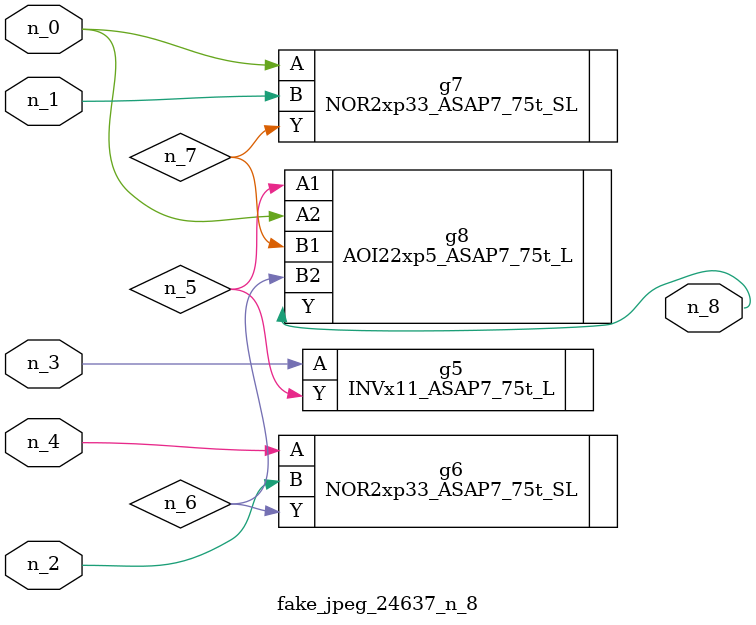
<source format=v>
module fake_jpeg_24637_n_8 (n_3, n_2, n_1, n_0, n_4, n_8);

input n_3;
input n_2;
input n_1;
input n_0;
input n_4;

output n_8;

wire n_6;
wire n_5;
wire n_7;

INVx11_ASAP7_75t_L g5 ( 
.A(n_3),
.Y(n_5)
);

NOR2xp33_ASAP7_75t_SL g6 ( 
.A(n_4),
.B(n_2),
.Y(n_6)
);

NOR2xp33_ASAP7_75t_SL g7 ( 
.A(n_0),
.B(n_1),
.Y(n_7)
);

AOI22xp5_ASAP7_75t_L g8 ( 
.A1(n_5),
.A2(n_0),
.B1(n_7),
.B2(n_6),
.Y(n_8)
);


endmodule
</source>
